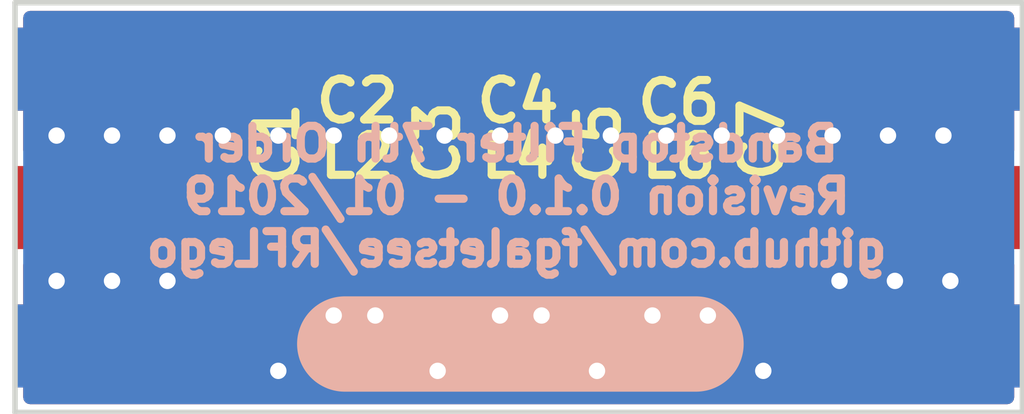
<source format=kicad_pcb>
(kicad_pcb (version 20171130) (host pcbnew "(5.0.1-3-g963ef8bb5)")

  (general
    (thickness 1.6)
    (drawings 6)
    (tracks 61)
    (zones 0)
    (modules 16)
    (nets 10)
  )

  (page A4)
  (layers
    (0 F.Cu signal)
    (31 B.Cu signal)
    (32 B.Adhes user)
    (33 F.Adhes user)
    (34 B.Paste user)
    (35 F.Paste user)
    (36 B.SilkS user)
    (37 F.SilkS user)
    (38 B.Mask user)
    (39 F.Mask user)
    (40 Dwgs.User user)
    (41 Cmts.User user)
    (42 Eco1.User user)
    (43 Eco2.User user)
    (44 Edge.Cuts user)
    (45 Margin user)
    (46 B.CrtYd user)
    (47 F.CrtYd user)
    (48 B.Fab user)
    (49 F.Fab user)
  )

  (setup
    (last_trace_width 0.25)
    (trace_clearance 0.16)
    (zone_clearance 0.1)
    (zone_45_only no)
    (trace_min 0.2)
    (segment_width 1.75)
    (edge_width 0.1)
    (via_size 0.6)
    (via_drill 0.3)
    (via_min_size 0.4)
    (via_min_drill 0.3)
    (uvia_size 0.8)
    (uvia_drill 0.3)
    (uvias_allowed no)
    (uvia_min_size 0.2)
    (uvia_min_drill 0.1)
    (pcb_text_width 0.3)
    (pcb_text_size 1.5 1.5)
    (mod_edge_width 0.15)
    (mod_text_size 1 1)
    (mod_text_width 0.15)
    (pad_size 1.5 1.5)
    (pad_drill 0.6)
    (pad_to_mask_clearance 0)
    (solder_mask_min_width 0.25)
    (aux_axis_origin 0 0)
    (grid_origin 138.176 111.6584)
    (visible_elements FFFFFF7F)
    (pcbplotparams
      (layerselection 0x010fc_ffffffff)
      (usegerberextensions false)
      (usegerberattributes false)
      (usegerberadvancedattributes false)
      (creategerberjobfile false)
      (excludeedgelayer true)
      (linewidth 0.100000)
      (plotframeref false)
      (viasonmask false)
      (mode 1)
      (useauxorigin false)
      (hpglpennumber 1)
      (hpglpenspeed 20)
      (hpglpendiameter 15.000000)
      (psnegative false)
      (psa4output false)
      (plotreference true)
      (plotvalue true)
      (plotinvisibletext false)
      (padsonsilk false)
      (subtractmaskfromsilk false)
      (outputformat 1)
      (mirror false)
      (drillshape 1)
      (scaleselection 1)
      (outputdirectory ""))
  )

  (net 0 "")
  (net 1 "Net-(C1-Pad1)")
  (net 2 GND)
  (net 3 "Net-(C2-Pad1)")
  (net 4 "Net-(C1-Pad2)")
  (net 5 "Net-(C3-Pad2)")
  (net 6 "Net-(C4-Pad1)")
  (net 7 "Net-(C5-Pad2)")
  (net 8 "Net-(C6-Pad1)")
  (net 9 "Net-(C7-Pad2)")

  (net_class Default "This is the default net class."
    (clearance 0.16)
    (trace_width 0.25)
    (via_dia 0.6)
    (via_drill 0.3)
    (uvia_dia 0.8)
    (uvia_drill 0.3)
    (add_net GND)
  )

  (net_class 0402 ""
    (clearance 0.1)
    (trace_width 0.61)
    (via_dia 0.6)
    (via_drill 0.3)
    (uvia_dia 0.8)
    (uvia_drill 0.3)
    (add_net "Net-(C1-Pad1)")
    (add_net "Net-(C1-Pad2)")
    (add_net "Net-(C2-Pad1)")
    (add_net "Net-(C3-Pad2)")
    (add_net "Net-(C4-Pad1)")
    (add_net "Net-(C5-Pad2)")
    (add_net "Net-(C6-Pad1)")
    (add_net "Net-(C7-Pad2)")
  )

  (net_class "50 Ohm" ""
    (clearance 0.37)
    (trace_width 1.8)
    (via_dia 0.6)
    (via_drill 0.3)
    (uvia_dia 0.8)
    (uvia_drill 0.3)
  )

  (module RFLego_Footprint:SMA_Edge (layer F.Cu) (tedit 5C3CB732) (tstamp 5C3A5E42)
    (at 152.6032 107.8992)
    (path /5C3B215D)
    (fp_text reference J2 (at 2.1336 4.6482) (layer F.SilkS) hide
      (effects (font (size 1 1) (thickness 0.15)))
    )
    (fp_text value SMA (at 1.27 6.35) (layer F.Fab) hide
      (effects (font (size 1 1) (thickness 0.15)))
    )
    (pad 2 smd rect (at 2.032 2.54) (size 4.064 1.524) (layers F.Cu F.Mask)
      (net 2 GND))
    (pad 2 smd rect (at 2.032 -2.54) (size 4.064 1.524) (layers B.Cu B.Mask)
      (net 2 GND))
    (pad 2 smd rect (at 2.032 2.54) (size 4.064 1.524) (layers B.Cu B.Mask)
      (net 2 GND))
    (pad 2 smd rect (at 2.032 -2.54) (size 4.064 1.524) (layers F.Cu F.Mask)
      (net 2 GND))
    (pad 1 smd rect (at 2.032 0) (size 4.064 1.524) (layers F.Cu F.Mask)
      (net 8 "Net-(C6-Pad1)"))
  )

  (module RFLego_Footprint:SMA_Edge (layer F.Cu) (tedit 5C3CB72D) (tstamp 5C3CCA62)
    (at 138.1506 107.8992)
    (path /5C3B20C2)
    (fp_text reference J1 (at 2.1336 4.6482) (layer F.SilkS) hide
      (effects (font (size 1 1) (thickness 0.15)))
    )
    (fp_text value SMA (at 1.27 6.35) (layer F.Fab) hide
      (effects (font (size 1 1) (thickness 0.15)))
    )
    (pad 1 smd rect (at 2.032 0) (size 4.064 1.524) (layers F.Cu F.Mask)
      (net 1 "Net-(C1-Pad1)"))
    (pad 2 smd rect (at 2.032 -2.54) (size 4.064 1.524) (layers F.Cu F.Mask)
      (net 2 GND))
    (pad 2 smd rect (at 2.032 2.54) (size 4.064 1.524) (layers B.Cu B.Mask)
      (net 2 GND))
    (pad 2 smd rect (at 2.032 -2.54) (size 4.064 1.524) (layers B.Cu B.Mask)
      (net 2 GND))
    (pad 2 smd rect (at 2.032 2.54) (size 4.064 1.524) (layers F.Cu F.Mask)
      (net 2 GND))
  )

  (module Capacitor_SMD:C_0402_1005Metric (layer F.Cu) (tedit 5C3CB7DA) (tstamp 5C3CC117)
    (at 142.9766 108.3842 270)
    (descr "Capacitor SMD 0402 (1005 Metric), square (rectangular) end terminal, IPC_7351 nominal, (Body size source: http://www.tortai-tech.com/upload/download/2011102023233369053.pdf), generated with kicad-footprint-generator")
    (tags capacitor)
    (path /5C3B2278)
    (attr smd)
    (fp_text reference C1 (at -1.6534 0 90) (layer F.SilkS)
      (effects (font (size 0.75 0.75) (thickness 0.15)))
    )
    (fp_text value C (at 0 1.17 270) (layer F.Fab)
      (effects (font (size 1 1) (thickness 0.15)))
    )
    (fp_line (start -0.5 0.25) (end -0.5 -0.25) (layer F.Fab) (width 0.1))
    (fp_line (start -0.5 -0.25) (end 0.5 -0.25) (layer F.Fab) (width 0.1))
    (fp_line (start 0.5 -0.25) (end 0.5 0.25) (layer F.Fab) (width 0.1))
    (fp_line (start 0.5 0.25) (end -0.5 0.25) (layer F.Fab) (width 0.1))
    (fp_line (start -0.93 0.47) (end -0.93 -0.47) (layer F.CrtYd) (width 0.05))
    (fp_line (start -0.93 -0.47) (end 0.93 -0.47) (layer F.CrtYd) (width 0.05))
    (fp_line (start 0.93 -0.47) (end 0.93 0.47) (layer F.CrtYd) (width 0.05))
    (fp_line (start 0.93 0.47) (end -0.93 0.47) (layer F.CrtYd) (width 0.05))
    (fp_text user %R (at 0 0 270) (layer F.Fab)
      (effects (font (size 0.25 0.25) (thickness 0.04)))
    )
    (pad 1 smd roundrect (at -0.485 0 270) (size 0.59 0.64) (layers F.Cu F.Paste F.Mask) (roundrect_rratio 0.25)
      (net 1 "Net-(C1-Pad1)"))
    (pad 2 smd roundrect (at 0.485 0 270) (size 0.59 0.64) (layers F.Cu F.Paste F.Mask) (roundrect_rratio 0.25)
      (net 4 "Net-(C1-Pad2)"))
    (model ${KISYS3DMOD}/Capacitor_SMD.3dshapes/C_0402_1005Metric.wrl
      (at (xyz 0 0 0))
      (scale (xyz 1 1 1))
      (rotate (xyz 0 0 0))
    )
  )

  (module Capacitor_SMD:C_0402_1005Metric (layer F.Cu) (tedit 5C3CB7F0) (tstamp 5C3CC30F)
    (at 144.4522 107.8992 180)
    (descr "Capacitor SMD 0402 (1005 Metric), square (rectangular) end terminal, IPC_7351 nominal, (Body size source: http://www.tortai-tech.com/upload/download/2011102023233369053.pdf), generated with kicad-footprint-generator")
    (tags capacitor)
    (path /5C3B2C8E)
    (attr smd)
    (fp_text reference C2 (at 0.0024 1.9558) (layer F.SilkS)
      (effects (font (size 0.75 0.75) (thickness 0.15)))
    )
    (fp_text value C (at 0 1.17 180) (layer F.Fab)
      (effects (font (size 1 1) (thickness 0.15)))
    )
    (fp_line (start -0.5 0.25) (end -0.5 -0.25) (layer F.Fab) (width 0.1))
    (fp_line (start -0.5 -0.25) (end 0.5 -0.25) (layer F.Fab) (width 0.1))
    (fp_line (start 0.5 -0.25) (end 0.5 0.25) (layer F.Fab) (width 0.1))
    (fp_line (start 0.5 0.25) (end -0.5 0.25) (layer F.Fab) (width 0.1))
    (fp_line (start -0.93 0.47) (end -0.93 -0.47) (layer F.CrtYd) (width 0.05))
    (fp_line (start -0.93 -0.47) (end 0.93 -0.47) (layer F.CrtYd) (width 0.05))
    (fp_line (start 0.93 -0.47) (end 0.93 0.47) (layer F.CrtYd) (width 0.05))
    (fp_line (start 0.93 0.47) (end -0.93 0.47) (layer F.CrtYd) (width 0.05))
    (fp_text user %R (at 0 0 180) (layer F.Fab)
      (effects (font (size 0.25 0.25) (thickness 0.04)))
    )
    (pad 1 smd roundrect (at -0.485 0 180) (size 0.59 0.64) (layers F.Cu F.Paste F.Mask) (roundrect_rratio 0.25)
      (net 3 "Net-(C2-Pad1)"))
    (pad 2 smd roundrect (at 0.485 0 180) (size 0.59 0.64) (layers F.Cu F.Paste F.Mask) (roundrect_rratio 0.25)
      (net 1 "Net-(C1-Pad1)"))
    (model ${KISYS3DMOD}/Capacitor_SMD.3dshapes/C_0402_1005Metric.wrl
      (at (xyz 0 0 0))
      (scale (xyz 1 1 1))
      (rotate (xyz 0 0 0))
    )
  )

  (module Capacitor_SMD:C_0402_1005Metric (layer F.Cu) (tedit 5C3CB80B) (tstamp 5C3CB94D)
    (at 145.923 108.3842 270)
    (descr "Capacitor SMD 0402 (1005 Metric), square (rectangular) end terminal, IPC_7351 nominal, (Body size source: http://www.tortai-tech.com/upload/download/2011102023233369053.pdf), generated with kicad-footprint-generator")
    (tags capacitor)
    (path /5C3B235A)
    (attr smd)
    (fp_text reference C3 (at -1.6788 0 90) (layer F.SilkS)
      (effects (font (size 0.75 0.75) (thickness 0.15)))
    )
    (fp_text value C (at 0 1.17 270) (layer F.Fab)
      (effects (font (size 1 1) (thickness 0.15)))
    )
    (fp_text user %R (at 0 0 270) (layer F.Fab)
      (effects (font (size 0.25 0.25) (thickness 0.04)))
    )
    (fp_line (start 0.93 0.47) (end -0.93 0.47) (layer F.CrtYd) (width 0.05))
    (fp_line (start 0.93 -0.47) (end 0.93 0.47) (layer F.CrtYd) (width 0.05))
    (fp_line (start -0.93 -0.47) (end 0.93 -0.47) (layer F.CrtYd) (width 0.05))
    (fp_line (start -0.93 0.47) (end -0.93 -0.47) (layer F.CrtYd) (width 0.05))
    (fp_line (start 0.5 0.25) (end -0.5 0.25) (layer F.Fab) (width 0.1))
    (fp_line (start 0.5 -0.25) (end 0.5 0.25) (layer F.Fab) (width 0.1))
    (fp_line (start -0.5 -0.25) (end 0.5 -0.25) (layer F.Fab) (width 0.1))
    (fp_line (start -0.5 0.25) (end -0.5 -0.25) (layer F.Fab) (width 0.1))
    (pad 2 smd roundrect (at 0.485 0 270) (size 0.59 0.64) (layers F.Cu F.Paste F.Mask) (roundrect_rratio 0.25)
      (net 5 "Net-(C3-Pad2)"))
    (pad 1 smd roundrect (at -0.485 0 270) (size 0.59 0.64) (layers F.Cu F.Paste F.Mask) (roundrect_rratio 0.25)
      (net 3 "Net-(C2-Pad1)"))
    (model ${KISYS3DMOD}/Capacitor_SMD.3dshapes/C_0402_1005Metric.wrl
      (at (xyz 0 0 0))
      (scale (xyz 1 1 1))
      (rotate (xyz 0 0 0))
    )
  )

  (module Capacitor_SMD:C_0402_1005Metric (layer F.Cu) (tedit 5C3CB7F4) (tstamp 5C3CC483)
    (at 147.3986 107.8992 180)
    (descr "Capacitor SMD 0402 (1005 Metric), square (rectangular) end terminal, IPC_7351 nominal, (Body size source: http://www.tortai-tech.com/upload/download/2011102023233369053.pdf), generated with kicad-footprint-generator")
    (tags capacitor)
    (path /5C3B3420)
    (attr smd)
    (fp_text reference C4 (at 0.0024 1.9558 180) (layer F.SilkS)
      (effects (font (size 0.75 0.75) (thickness 0.15)))
    )
    (fp_text value C (at 0 1.17 180) (layer F.Fab)
      (effects (font (size 1 1) (thickness 0.15)))
    )
    (fp_text user %R (at 0 0 180) (layer F.Fab)
      (effects (font (size 0.25 0.25) (thickness 0.04)))
    )
    (fp_line (start 0.93 0.47) (end -0.93 0.47) (layer F.CrtYd) (width 0.05))
    (fp_line (start 0.93 -0.47) (end 0.93 0.47) (layer F.CrtYd) (width 0.05))
    (fp_line (start -0.93 -0.47) (end 0.93 -0.47) (layer F.CrtYd) (width 0.05))
    (fp_line (start -0.93 0.47) (end -0.93 -0.47) (layer F.CrtYd) (width 0.05))
    (fp_line (start 0.5 0.25) (end -0.5 0.25) (layer F.Fab) (width 0.1))
    (fp_line (start 0.5 -0.25) (end 0.5 0.25) (layer F.Fab) (width 0.1))
    (fp_line (start -0.5 -0.25) (end 0.5 -0.25) (layer F.Fab) (width 0.1))
    (fp_line (start -0.5 0.25) (end -0.5 -0.25) (layer F.Fab) (width 0.1))
    (pad 2 smd roundrect (at 0.485 0 180) (size 0.59 0.64) (layers F.Cu F.Paste F.Mask) (roundrect_rratio 0.25)
      (net 3 "Net-(C2-Pad1)"))
    (pad 1 smd roundrect (at -0.485 0 180) (size 0.59 0.64) (layers F.Cu F.Paste F.Mask) (roundrect_rratio 0.25)
      (net 6 "Net-(C4-Pad1)"))
    (model ${KISYS3DMOD}/Capacitor_SMD.3dshapes/C_0402_1005Metric.wrl
      (at (xyz 0 0 0))
      (scale (xyz 1 1 1))
      (rotate (xyz 0 0 0))
    )
  )

  (module Capacitor_SMD:C_0402_1005Metric (layer F.Cu) (tedit 5C3CB80E) (tstamp 5C3CB969)
    (at 148.8694 108.3842 270)
    (descr "Capacitor SMD 0402 (1005 Metric), square (rectangular) end terminal, IPC_7351 nominal, (Body size source: http://www.tortai-tech.com/upload/download/2011102023233369053.pdf), generated with kicad-footprint-generator")
    (tags capacitor)
    (path /5C3B23A8)
    (attr smd)
    (fp_text reference C5 (at -1.6534 0 270) (layer F.SilkS)
      (effects (font (size 0.75 0.75) (thickness 0.15)))
    )
    (fp_text value C (at 0 1.17 270) (layer F.Fab)
      (effects (font (size 1 1) (thickness 0.15)))
    )
    (fp_line (start -0.5 0.25) (end -0.5 -0.25) (layer F.Fab) (width 0.1))
    (fp_line (start -0.5 -0.25) (end 0.5 -0.25) (layer F.Fab) (width 0.1))
    (fp_line (start 0.5 -0.25) (end 0.5 0.25) (layer F.Fab) (width 0.1))
    (fp_line (start 0.5 0.25) (end -0.5 0.25) (layer F.Fab) (width 0.1))
    (fp_line (start -0.93 0.47) (end -0.93 -0.47) (layer F.CrtYd) (width 0.05))
    (fp_line (start -0.93 -0.47) (end 0.93 -0.47) (layer F.CrtYd) (width 0.05))
    (fp_line (start 0.93 -0.47) (end 0.93 0.47) (layer F.CrtYd) (width 0.05))
    (fp_line (start 0.93 0.47) (end -0.93 0.47) (layer F.CrtYd) (width 0.05))
    (fp_text user %R (at 0 0 270) (layer F.Fab)
      (effects (font (size 0.25 0.25) (thickness 0.04)))
    )
    (pad 1 smd roundrect (at -0.485 0 270) (size 0.59 0.64) (layers F.Cu F.Paste F.Mask) (roundrect_rratio 0.25)
      (net 6 "Net-(C4-Pad1)"))
    (pad 2 smd roundrect (at 0.485 0 270) (size 0.59 0.64) (layers F.Cu F.Paste F.Mask) (roundrect_rratio 0.25)
      (net 7 "Net-(C5-Pad2)"))
    (model ${KISYS3DMOD}/Capacitor_SMD.3dshapes/C_0402_1005Metric.wrl
      (at (xyz 0 0 0))
      (scale (xyz 1 1 1))
      (rotate (xyz 0 0 0))
    )
  )

  (module Capacitor_SMD:C_0402_1005Metric (layer F.Cu) (tedit 5C3CB801) (tstamp 5C3CB977)
    (at 150.3426 107.8992 180)
    (descr "Capacitor SMD 0402 (1005 Metric), square (rectangular) end terminal, IPC_7351 nominal, (Body size source: http://www.tortai-tech.com/upload/download/2011102023233369053.pdf), generated with kicad-footprint-generator")
    (tags capacitor)
    (path /5C3B3735)
    (attr smd)
    (fp_text reference C6 (at 0 1.9304 180) (layer F.SilkS)
      (effects (font (size 0.75 0.75) (thickness 0.15)))
    )
    (fp_text value C (at 0 1.17 180) (layer F.Fab)
      (effects (font (size 1 1) (thickness 0.15)))
    )
    (fp_line (start -0.5 0.25) (end -0.5 -0.25) (layer F.Fab) (width 0.1))
    (fp_line (start -0.5 -0.25) (end 0.5 -0.25) (layer F.Fab) (width 0.1))
    (fp_line (start 0.5 -0.25) (end 0.5 0.25) (layer F.Fab) (width 0.1))
    (fp_line (start 0.5 0.25) (end -0.5 0.25) (layer F.Fab) (width 0.1))
    (fp_line (start -0.93 0.47) (end -0.93 -0.47) (layer F.CrtYd) (width 0.05))
    (fp_line (start -0.93 -0.47) (end 0.93 -0.47) (layer F.CrtYd) (width 0.05))
    (fp_line (start 0.93 -0.47) (end 0.93 0.47) (layer F.CrtYd) (width 0.05))
    (fp_line (start 0.93 0.47) (end -0.93 0.47) (layer F.CrtYd) (width 0.05))
    (fp_text user %R (at 0 0 180) (layer F.Fab)
      (effects (font (size 0.25 0.25) (thickness 0.04)))
    )
    (pad 1 smd roundrect (at -0.485 0 180) (size 0.59 0.64) (layers F.Cu F.Paste F.Mask) (roundrect_rratio 0.25)
      (net 8 "Net-(C6-Pad1)"))
    (pad 2 smd roundrect (at 0.485 0 180) (size 0.59 0.64) (layers F.Cu F.Paste F.Mask) (roundrect_rratio 0.25)
      (net 6 "Net-(C4-Pad1)"))
    (model ${KISYS3DMOD}/Capacitor_SMD.3dshapes/C_0402_1005Metric.wrl
      (at (xyz 0 0 0))
      (scale (xyz 1 1 1))
      (rotate (xyz 0 0 0))
    )
  )

  (module Capacitor_SMD:C_0402_1005Metric (layer F.Cu) (tedit 5C3CB804) (tstamp 5C3CB985)
    (at 151.8412 108.3842 270)
    (descr "Capacitor SMD 0402 (1005 Metric), square (rectangular) end terminal, IPC_7351 nominal, (Body size source: http://www.tortai-tech.com/upload/download/2011102023233369053.pdf), generated with kicad-footprint-generator")
    (tags capacitor)
    (path /5C3B24A7)
    (attr smd)
    (fp_text reference C7 (at -1.7296 -0.0254 270) (layer F.SilkS)
      (effects (font (size 0.75 0.75) (thickness 0.15)))
    )
    (fp_text value C (at 0 1.17 270) (layer F.Fab)
      (effects (font (size 1 1) (thickness 0.15)))
    )
    (fp_text user %R (at 0 0 270) (layer F.Fab)
      (effects (font (size 0.25 0.25) (thickness 0.04)))
    )
    (fp_line (start 0.93 0.47) (end -0.93 0.47) (layer F.CrtYd) (width 0.05))
    (fp_line (start 0.93 -0.47) (end 0.93 0.47) (layer F.CrtYd) (width 0.05))
    (fp_line (start -0.93 -0.47) (end 0.93 -0.47) (layer F.CrtYd) (width 0.05))
    (fp_line (start -0.93 0.47) (end -0.93 -0.47) (layer F.CrtYd) (width 0.05))
    (fp_line (start 0.5 0.25) (end -0.5 0.25) (layer F.Fab) (width 0.1))
    (fp_line (start 0.5 -0.25) (end 0.5 0.25) (layer F.Fab) (width 0.1))
    (fp_line (start -0.5 -0.25) (end 0.5 -0.25) (layer F.Fab) (width 0.1))
    (fp_line (start -0.5 0.25) (end -0.5 -0.25) (layer F.Fab) (width 0.1))
    (pad 2 smd roundrect (at 0.485 0 270) (size 0.59 0.64) (layers F.Cu F.Paste F.Mask) (roundrect_rratio 0.25)
      (net 9 "Net-(C7-Pad2)"))
    (pad 1 smd roundrect (at -0.485 0 270) (size 0.59 0.64) (layers F.Cu F.Paste F.Mask) (roundrect_rratio 0.25)
      (net 8 "Net-(C6-Pad1)"))
    (model ${KISYS3DMOD}/Capacitor_SMD.3dshapes/C_0402_1005Metric.wrl
      (at (xyz 0 0 0))
      (scale (xyz 1 1 1))
      (rotate (xyz 0 0 0))
    )
  )

  (module Inductor_SMD:L_0402_1005Metric (layer F.Cu) (tedit 5C3CB808) (tstamp 5C3CB993)
    (at 142.9766 110.29936 270)
    (descr "Inductor SMD 0402 (1005 Metric), square (rectangular) end terminal, IPC_7351 nominal, (Body size source: http://www.tortai-tech.com/upload/download/2011102023233369053.pdf), generated with kicad-footprint-generator")
    (tags inductor)
    (path /5C3B2610)
    (attr smd)
    (fp_text reference L1 (at 0.00268 -1.02108 270) (layer F.SilkS)
      (effects (font (size 0.75 0.75) (thickness 0.15)))
    )
    (fp_text value L (at 0 1.17 270) (layer F.Fab)
      (effects (font (size 1 1) (thickness 0.15)))
    )
    (fp_line (start -0.5 0.25) (end -0.5 -0.25) (layer F.Fab) (width 0.1))
    (fp_line (start -0.5 -0.25) (end 0.5 -0.25) (layer F.Fab) (width 0.1))
    (fp_line (start 0.5 -0.25) (end 0.5 0.25) (layer F.Fab) (width 0.1))
    (fp_line (start 0.5 0.25) (end -0.5 0.25) (layer F.Fab) (width 0.1))
    (fp_line (start -0.93 0.47) (end -0.93 -0.47) (layer F.CrtYd) (width 0.05))
    (fp_line (start -0.93 -0.47) (end 0.93 -0.47) (layer F.CrtYd) (width 0.05))
    (fp_line (start 0.93 -0.47) (end 0.93 0.47) (layer F.CrtYd) (width 0.05))
    (fp_line (start 0.93 0.47) (end -0.93 0.47) (layer F.CrtYd) (width 0.05))
    (fp_text user %R (at 0 0 270) (layer F.Fab)
      (effects (font (size 0.25 0.25) (thickness 0.04)))
    )
    (pad 1 smd roundrect (at -0.485 0 270) (size 0.59 0.64) (layers F.Cu F.Paste F.Mask) (roundrect_rratio 0.25)
      (net 4 "Net-(C1-Pad2)"))
    (pad 2 smd roundrect (at 0.485 0 270) (size 0.59 0.64) (layers F.Cu F.Paste F.Mask) (roundrect_rratio 0.25)
      (net 2 GND))
    (model ${KISYS3DMOD}/Inductor_SMD.3dshapes/L_0402_1005Metric.wrl
      (at (xyz 0 0 0))
      (scale (xyz 1 1 1))
      (rotate (xyz 0 0 0))
    )
  )

  (module Inductor_SMD:L_0402_1005Metric (layer F.Cu) (tedit 5C3CB7EA) (tstamp 5C3CC2C8)
    (at 144.4474 108.9152)
    (descr "Inductor SMD 0402 (1005 Metric), square (rectangular) end terminal, IPC_7351 nominal, (Body size source: http://www.tortai-tech.com/upload/download/2011102023233369053.pdf), generated with kicad-footprint-generator")
    (tags inductor)
    (path /5C3B2E84)
    (attr smd)
    (fp_text reference L2 (at 0.0024 -1.9558) (layer F.SilkS)
      (effects (font (size 0.75 0.75) (thickness 0.15)))
    )
    (fp_text value L (at 0 1.17) (layer F.Fab)
      (effects (font (size 1 1) (thickness 0.15)))
    )
    (fp_line (start -0.5 0.25) (end -0.5 -0.25) (layer F.Fab) (width 0.1))
    (fp_line (start -0.5 -0.25) (end 0.5 -0.25) (layer F.Fab) (width 0.1))
    (fp_line (start 0.5 -0.25) (end 0.5 0.25) (layer F.Fab) (width 0.1))
    (fp_line (start 0.5 0.25) (end -0.5 0.25) (layer F.Fab) (width 0.1))
    (fp_line (start -0.93 0.47) (end -0.93 -0.47) (layer F.CrtYd) (width 0.05))
    (fp_line (start -0.93 -0.47) (end 0.93 -0.47) (layer F.CrtYd) (width 0.05))
    (fp_line (start 0.93 -0.47) (end 0.93 0.47) (layer F.CrtYd) (width 0.05))
    (fp_line (start 0.93 0.47) (end -0.93 0.47) (layer F.CrtYd) (width 0.05))
    (fp_text user %R (at 0 0) (layer F.Fab)
      (effects (font (size 0.25 0.25) (thickness 0.04)))
    )
    (pad 1 smd roundrect (at -0.485 0) (size 0.59 0.64) (layers F.Cu F.Paste F.Mask) (roundrect_rratio 0.25)
      (net 1 "Net-(C1-Pad1)"))
    (pad 2 smd roundrect (at 0.485 0) (size 0.59 0.64) (layers F.Cu F.Paste F.Mask) (roundrect_rratio 0.25)
      (net 3 "Net-(C2-Pad1)"))
    (model ${KISYS3DMOD}/Inductor_SMD.3dshapes/L_0402_1005Metric.wrl
      (at (xyz 0 0 0))
      (scale (xyz 1 1 1))
      (rotate (xyz 0 0 0))
    )
  )

  (module Inductor_SMD:L_0402_1005Metric (layer F.Cu) (tedit 5C3CD056) (tstamp 5C3CB9AF)
    (at 145.92808 110.29696 270)
    (descr "Inductor SMD 0402 (1005 Metric), square (rectangular) end terminal, IPC_7351 nominal, (Body size source: http://www.tortai-tech.com/upload/download/2011102023233369053.pdf), generated with kicad-footprint-generator")
    (tags inductor)
    (path /5C3B279F)
    (attr smd)
    (fp_text reference L3 (at 0 -1.0414 270) (layer F.SilkS)
      (effects (font (size 0.75 0.75) (thickness 0.15)))
    )
    (fp_text value L (at 0 1.17 270) (layer F.Fab)
      (effects (font (size 1 1) (thickness 0.15)))
    )
    (fp_text user %R (at 0 0 270) (layer F.Fab)
      (effects (font (size 0.25 0.25) (thickness 0.04)))
    )
    (fp_line (start 0.93 0.47) (end -0.93 0.47) (layer F.CrtYd) (width 0.05))
    (fp_line (start 0.93 -0.47) (end 0.93 0.47) (layer F.CrtYd) (width 0.05))
    (fp_line (start -0.93 -0.47) (end 0.93 -0.47) (layer F.CrtYd) (width 0.05))
    (fp_line (start -0.93 0.47) (end -0.93 -0.47) (layer F.CrtYd) (width 0.05))
    (fp_line (start 0.5 0.25) (end -0.5 0.25) (layer F.Fab) (width 0.1))
    (fp_line (start 0.5 -0.25) (end 0.5 0.25) (layer F.Fab) (width 0.1))
    (fp_line (start -0.5 -0.25) (end 0.5 -0.25) (layer F.Fab) (width 0.1))
    (fp_line (start -0.5 0.25) (end -0.5 -0.25) (layer F.Fab) (width 0.1))
    (pad 2 smd roundrect (at 0.485 0 270) (size 0.59 0.64) (layers F.Cu F.Paste F.Mask) (roundrect_rratio 0.25)
      (net 2 GND))
    (pad 1 smd roundrect (at -0.485 0 270) (size 0.59 0.64) (layers F.Cu F.Paste F.Mask) (roundrect_rratio 0.25)
      (net 5 "Net-(C3-Pad2)"))
    (model ${KISYS3DMOD}/Inductor_SMD.3dshapes/L_0402_1005Metric.wrl
      (at (xyz 0 0 0))
      (scale (xyz 1 1 1))
      (rotate (xyz 0 0 0))
    )
  )

  (module Inductor_SMD:L_0402_1005Metric (layer F.Cu) (tedit 5C3CB7F8) (tstamp 5C3CC5F5)
    (at 147.3962 108.9152)
    (descr "Inductor SMD 0402 (1005 Metric), square (rectangular) end terminal, IPC_7351 nominal, (Body size source: http://www.tortai-tech.com/upload/download/2011102023233369053.pdf), generated with kicad-footprint-generator")
    (tags inductor)
    (path /5C3B35C8)
    (attr smd)
    (fp_text reference L4 (at 0 -1.9558) (layer F.SilkS)
      (effects (font (size 0.75 0.75) (thickness 0.15)))
    )
    (fp_text value L (at 0 1.17) (layer F.Fab)
      (effects (font (size 1 1) (thickness 0.15)))
    )
    (fp_text user %R (at 0 0) (layer F.Fab)
      (effects (font (size 0.25 0.25) (thickness 0.04)))
    )
    (fp_line (start 0.93 0.47) (end -0.93 0.47) (layer F.CrtYd) (width 0.05))
    (fp_line (start 0.93 -0.47) (end 0.93 0.47) (layer F.CrtYd) (width 0.05))
    (fp_line (start -0.93 -0.47) (end 0.93 -0.47) (layer F.CrtYd) (width 0.05))
    (fp_line (start -0.93 0.47) (end -0.93 -0.47) (layer F.CrtYd) (width 0.05))
    (fp_line (start 0.5 0.25) (end -0.5 0.25) (layer F.Fab) (width 0.1))
    (fp_line (start 0.5 -0.25) (end 0.5 0.25) (layer F.Fab) (width 0.1))
    (fp_line (start -0.5 -0.25) (end 0.5 -0.25) (layer F.Fab) (width 0.1))
    (fp_line (start -0.5 0.25) (end -0.5 -0.25) (layer F.Fab) (width 0.1))
    (pad 2 smd roundrect (at 0.485 0) (size 0.59 0.64) (layers F.Cu F.Paste F.Mask) (roundrect_rratio 0.25)
      (net 6 "Net-(C4-Pad1)"))
    (pad 1 smd roundrect (at -0.485 0) (size 0.59 0.64) (layers F.Cu F.Paste F.Mask) (roundrect_rratio 0.25)
      (net 3 "Net-(C2-Pad1)"))
    (model ${KISYS3DMOD}/Inductor_SMD.3dshapes/L_0402_1005Metric.wrl
      (at (xyz 0 0 0))
      (scale (xyz 1 1 1))
      (rotate (xyz 0 0 0))
    )
  )

  (module Inductor_SMD:L_0402_1005Metric (layer F.Cu) (tedit 5C3CB815) (tstamp 5C3CB9CB)
    (at 148.8694 110.30444 270)
    (descr "Inductor SMD 0402 (1005 Metric), square (rectangular) end terminal, IPC_7351 nominal, (Body size source: http://www.tortai-tech.com/upload/download/2011102023233369053.pdf), generated with kicad-footprint-generator")
    (tags inductor)
    (path /5C3B28DA)
    (attr smd)
    (fp_text reference L5 (at -0.0024 0.9652 270) (layer F.SilkS)
      (effects (font (size 0.75 0.75) (thickness 0.15)))
    )
    (fp_text value L (at 0 1.17 270) (layer F.Fab)
      (effects (font (size 1 1) (thickness 0.15)))
    )
    (fp_line (start -0.5 0.25) (end -0.5 -0.25) (layer F.Fab) (width 0.1))
    (fp_line (start -0.5 -0.25) (end 0.5 -0.25) (layer F.Fab) (width 0.1))
    (fp_line (start 0.5 -0.25) (end 0.5 0.25) (layer F.Fab) (width 0.1))
    (fp_line (start 0.5 0.25) (end -0.5 0.25) (layer F.Fab) (width 0.1))
    (fp_line (start -0.93 0.47) (end -0.93 -0.47) (layer F.CrtYd) (width 0.05))
    (fp_line (start -0.93 -0.47) (end 0.93 -0.47) (layer F.CrtYd) (width 0.05))
    (fp_line (start 0.93 -0.47) (end 0.93 0.47) (layer F.CrtYd) (width 0.05))
    (fp_line (start 0.93 0.47) (end -0.93 0.47) (layer F.CrtYd) (width 0.05))
    (fp_text user %R (at 0 0 270) (layer F.Fab)
      (effects (font (size 0.25 0.25) (thickness 0.04)))
    )
    (pad 1 smd roundrect (at -0.485 0 270) (size 0.59 0.64) (layers F.Cu F.Paste F.Mask) (roundrect_rratio 0.25)
      (net 7 "Net-(C5-Pad2)"))
    (pad 2 smd roundrect (at 0.485 0 270) (size 0.59 0.64) (layers F.Cu F.Paste F.Mask) (roundrect_rratio 0.25)
      (net 2 GND))
    (model ${KISYS3DMOD}/Inductor_SMD.3dshapes/L_0402_1005Metric.wrl
      (at (xyz 0 0 0))
      (scale (xyz 1 1 1))
      (rotate (xyz 0 0 0))
    )
  )

  (module Inductor_SMD:L_0402_1005Metric (layer F.Cu) (tedit 5C3CB7FE) (tstamp 5C3CB9D9)
    (at 150.345 108.9152)
    (descr "Inductor SMD 0402 (1005 Metric), square (rectangular) end terminal, IPC_7351 nominal, (Body size source: http://www.tortai-tech.com/upload/download/2011102023233369053.pdf), generated with kicad-footprint-generator")
    (tags inductor)
    (path /5C3B38E6)
    (attr smd)
    (fp_text reference L6 (at -0.0024 -1.9558) (layer F.SilkS)
      (effects (font (size 0.75 0.75) (thickness 0.15)))
    )
    (fp_text value L (at 0 1.17) (layer F.Fab)
      (effects (font (size 1 1) (thickness 0.15)))
    )
    (fp_line (start -0.5 0.25) (end -0.5 -0.25) (layer F.Fab) (width 0.1))
    (fp_line (start -0.5 -0.25) (end 0.5 -0.25) (layer F.Fab) (width 0.1))
    (fp_line (start 0.5 -0.25) (end 0.5 0.25) (layer F.Fab) (width 0.1))
    (fp_line (start 0.5 0.25) (end -0.5 0.25) (layer F.Fab) (width 0.1))
    (fp_line (start -0.93 0.47) (end -0.93 -0.47) (layer F.CrtYd) (width 0.05))
    (fp_line (start -0.93 -0.47) (end 0.93 -0.47) (layer F.CrtYd) (width 0.05))
    (fp_line (start 0.93 -0.47) (end 0.93 0.47) (layer F.CrtYd) (width 0.05))
    (fp_line (start 0.93 0.47) (end -0.93 0.47) (layer F.CrtYd) (width 0.05))
    (fp_text user %R (at 0 0) (layer F.Fab)
      (effects (font (size 0.25 0.25) (thickness 0.04)))
    )
    (pad 1 smd roundrect (at -0.485 0) (size 0.59 0.64) (layers F.Cu F.Paste F.Mask) (roundrect_rratio 0.25)
      (net 6 "Net-(C4-Pad1)"))
    (pad 2 smd roundrect (at 0.485 0) (size 0.59 0.64) (layers F.Cu F.Paste F.Mask) (roundrect_rratio 0.25)
      (net 8 "Net-(C6-Pad1)"))
    (model ${KISYS3DMOD}/Inductor_SMD.3dshapes/L_0402_1005Metric.wrl
      (at (xyz 0 0 0))
      (scale (xyz 1 1 1))
      (rotate (xyz 0 0 0))
    )
  )

  (module Inductor_SMD:L_0402_1005Metric (layer F.Cu) (tedit 5C3CB819) (tstamp 5C3CB9E7)
    (at 151.84628 110.30712 270)
    (descr "Inductor SMD 0402 (1005 Metric), square (rectangular) end terminal, IPC_7351 nominal, (Body size source: http://www.tortai-tech.com/upload/download/2011102023233369053.pdf), generated with kicad-footprint-generator")
    (tags inductor)
    (path /5C3B2A91)
    (attr smd)
    (fp_text reference L7 (at 0 1.02108 270) (layer F.SilkS)
      (effects (font (size 0.75 0.75) (thickness 0.15)))
    )
    (fp_text value L (at 0 1.17 270) (layer F.Fab)
      (effects (font (size 1 1) (thickness 0.15)))
    )
    (fp_text user %R (at 0 0 270) (layer F.Fab)
      (effects (font (size 0.25 0.25) (thickness 0.04)))
    )
    (fp_line (start 0.93 0.47) (end -0.93 0.47) (layer F.CrtYd) (width 0.05))
    (fp_line (start 0.93 -0.47) (end 0.93 0.47) (layer F.CrtYd) (width 0.05))
    (fp_line (start -0.93 -0.47) (end 0.93 -0.47) (layer F.CrtYd) (width 0.05))
    (fp_line (start -0.93 0.47) (end -0.93 -0.47) (layer F.CrtYd) (width 0.05))
    (fp_line (start 0.5 0.25) (end -0.5 0.25) (layer F.Fab) (width 0.1))
    (fp_line (start 0.5 -0.25) (end 0.5 0.25) (layer F.Fab) (width 0.1))
    (fp_line (start -0.5 -0.25) (end 0.5 -0.25) (layer F.Fab) (width 0.1))
    (fp_line (start -0.5 0.25) (end -0.5 -0.25) (layer F.Fab) (width 0.1))
    (pad 2 smd roundrect (at 0.485 0 270) (size 0.59 0.64) (layers F.Cu F.Paste F.Mask) (roundrect_rratio 0.25)
      (net 2 GND))
    (pad 1 smd roundrect (at -0.485 0 270) (size 0.59 0.64) (layers F.Cu F.Paste F.Mask) (roundrect_rratio 0.25)
      (net 9 "Net-(C7-Pad2)"))
    (model ${KISYS3DMOD}/Inductor_SMD.3dshapes/L_0402_1005Metric.wrl
      (at (xyz 0 0 0))
      (scale (xyz 1 1 1))
      (rotate (xyz 0 0 0))
    )
  )

  (gr_line (start 150.65756 110.40364) (end 144.2212 110.40364) (layer B.SilkS) (width 1.75) (tstamp 5C3CD3CD))
  (gr_text "Bandstop Filter 7th Order\nRevision 0.1.0 - 01/2019\ngithub.com/fgaletsee/RFLego" (at 147.3708 107.696) (layer B.SilkS)
    (effects (font (size 0.6 0.6) (thickness 0.15)) (justify mirror))
  )
  (gr_line (start 138.176 111.6584) (end 138.176 104.14) (layer Edge.Cuts) (width 0.1))
  (gr_line (start 156.6418 111.6584) (end 138.176 111.6584) (layer Edge.Cuts) (width 0.1))
  (gr_line (start 156.6418 104.14) (end 156.6418 111.6584) (layer Edge.Cuts) (width 0.1))
  (gr_line (start 138.176 104.14) (end 156.6418 104.14) (layer Edge.Cuts) (width 0.1))

  (segment (start 140.1826 107.8992) (end 142.9766 107.8992) (width 0.61) (layer F.Cu) (net 1))
  (segment (start 142.9766 107.8992) (end 143.9672 107.8992) (width 0.61) (layer F.Cu) (net 1))
  (segment (start 143.9672 108.9104) (end 143.9624 108.9152) (width 0.61) (layer F.Cu) (net 1))
  (segment (start 143.9672 107.8992) (end 143.9672 108.9104) (width 0.61) (layer F.Cu) (net 1))
  (via (at 151.892 110.8964) (size 0.6) (drill 0.3) (layers F.Cu B.Cu) (net 2))
  (via (at 148.844 110.8964) (size 0.6) (drill 0.3) (layers F.Cu B.Cu) (net 2))
  (via (at 145.923 110.8964) (size 0.6) (drill 0.3) (layers F.Cu B.Cu) (net 2))
  (via (at 143.002 110.8964) (size 0.6) (drill 0.3) (layers F.Cu B.Cu) (net 2))
  (via (at 138.938 106.5784) (size 0.6) (drill 0.3) (layers F.Cu B.Cu) (net 2))
  (via (at 139.954 106.5784) (size 0.6) (drill 0.3) (layers F.Cu B.Cu) (net 2))
  (via (at 140.97 106.5784) (size 0.6) (drill 0.3) (layers F.Cu B.Cu) (net 2))
  (via (at 141.986 106.5784) (size 0.6) (drill 0.3) (layers F.Cu B.Cu) (net 2))
  (via (at 143.002 106.5784) (size 0.6) (drill 0.3) (layers F.Cu B.Cu) (net 2))
  (via (at 144.018 106.5784) (size 0.6) (drill 0.3) (layers F.Cu B.Cu) (net 2))
  (via (at 145.034 106.5784) (size 0.6) (drill 0.3) (layers F.Cu B.Cu) (net 2))
  (via (at 146.05 106.5784) (size 0.6) (drill 0.3) (layers F.Cu B.Cu) (net 2))
  (via (at 147.066 106.5784) (size 0.6) (drill 0.3) (layers F.Cu B.Cu) (net 2))
  (via (at 148.082 106.5784) (size 0.6) (drill 0.3) (layers F.Cu B.Cu) (net 2))
  (via (at 149.098 106.5784) (size 0.6) (drill 0.3) (layers F.Cu B.Cu) (net 2))
  (via (at 150.114 106.5784) (size 0.6) (drill 0.3) (layers F.Cu B.Cu) (net 2))
  (via (at 151.13 106.5784) (size 0.6) (drill 0.3) (layers F.Cu B.Cu) (net 2))
  (via (at 152.146 106.5784) (size 0.6) (drill 0.3) (layers F.Cu B.Cu) (net 2))
  (via (at 153.162 106.5784) (size 0.6) (drill 0.3) (layers F.Cu B.Cu) (net 2))
  (via (at 154.178 106.5784) (size 0.6) (drill 0.3) (layers F.Cu B.Cu) (net 2))
  (via (at 155.194 106.5784) (size 0.6) (drill 0.3) (layers F.Cu B.Cu) (net 2))
  (via (at 144.018 109.8804) (size 0.6) (drill 0.3) (layers F.Cu B.Cu) (net 2))
  (via (at 144.78 109.8804) (size 0.6) (drill 0.3) (layers F.Cu B.Cu) (net 2))
  (via (at 147.828 109.8804) (size 0.6) (drill 0.3) (layers F.Cu B.Cu) (net 2))
  (via (at 147.066 109.8804) (size 0.6) (drill 0.3) (layers F.Cu B.Cu) (net 2))
  (via (at 149.86 109.8804) (size 0.6) (drill 0.3) (layers F.Cu B.Cu) (net 2))
  (via (at 150.876 109.8804) (size 0.6) (drill 0.3) (layers F.Cu B.Cu) (net 2))
  (via (at 155.321 109.2454) (size 0.6) (drill 0.3) (layers F.Cu B.Cu) (net 2))
  (via (at 154.305 109.2454) (size 0.6) (drill 0.3) (layers F.Cu B.Cu) (net 2))
  (via (at 153.289 109.2454) (size 0.6) (drill 0.3) (layers F.Cu B.Cu) (net 2))
  (via (at 138.938 109.2454) (size 0.6) (drill 0.3) (layers F.Cu B.Cu) (net 2))
  (via (at 139.954 109.2454) (size 0.6) (drill 0.3) (layers F.Cu B.Cu) (net 2))
  (via (at 140.97 109.2454) (size 0.6) (drill 0.3) (layers F.Cu B.Cu) (net 2))
  (segment (start 144.9324 107.904) (end 144.9372 107.8992) (width 0.61) (layer F.Cu) (net 3))
  (segment (start 144.9324 108.9152) (end 144.9324 107.904) (width 0.61) (layer F.Cu) (net 3))
  (segment (start 144.9372 107.8992) (end 145.923 107.8992) (width 0.61) (layer F.Cu) (net 3))
  (segment (start 145.923 107.8992) (end 146.9136 107.8992) (width 0.61) (layer F.Cu) (net 3))
  (segment (start 146.9136 108.9128) (end 146.9112 108.9152) (width 0.61) (layer F.Cu) (net 3))
  (segment (start 146.9136 107.8992) (end 146.9136 108.9128) (width 0.61) (layer F.Cu) (net 3))
  (segment (start 142.9766 109.9288) (end 142.9742 109.9312) (width 0.61) (layer F.Cu) (net 4))
  (segment (start 142.9766 108.8692) (end 142.9766 109.81436) (width 0.61) (layer F.Cu) (net 4))
  (segment (start 145.923 109.9288) (end 145.9254 109.9312) (width 0.61) (layer F.Cu) (net 5))
  (segment (start 145.923 109.80688) (end 145.92808 109.81196) (width 0.61) (layer F.Cu) (net 5))
  (segment (start 145.923 108.8692) (end 145.923 109.80688) (width 0.61) (layer F.Cu) (net 5))
  (segment (start 147.8812 107.9016) (end 147.8836 107.8992) (width 0.61) (layer F.Cu) (net 6))
  (segment (start 147.8812 108.9152) (end 147.8812 107.9016) (width 0.61) (layer F.Cu) (net 6))
  (segment (start 147.8836 107.8992) (end 148.8694 107.8992) (width 0.61) (layer F.Cu) (net 6))
  (segment (start 148.8694 107.8992) (end 149.8576 107.8992) (width 0.61) (layer F.Cu) (net 6))
  (segment (start 149.8576 108.9128) (end 149.86 108.9152) (width 0.61) (layer F.Cu) (net 6))
  (segment (start 149.8576 107.8992) (end 149.8576 108.9128) (width 0.61) (layer F.Cu) (net 6))
  (segment (start 148.8694 108.8692) (end 148.8694 109.81944) (width 0.61) (layer F.Cu) (net 7))
  (segment (start 150.8276 108.9128) (end 150.83 108.9152) (width 0.61) (layer F.Cu) (net 8))
  (segment (start 150.8276 107.8992) (end 150.8276 108.9128) (width 0.61) (layer F.Cu) (net 8))
  (segment (start 150.8276 107.8992) (end 151.8412 107.8992) (width 0.61) (layer F.Cu) (net 8))
  (segment (start 151.8412 107.8992) (end 154.6352 107.8992) (width 0.61) (layer F.Cu) (net 8))
  (segment (start 151.8412 109.81704) (end 151.84628 109.82212) (width 0.61) (layer F.Cu) (net 9))
  (segment (start 151.8412 108.8692) (end 151.8412 109.81704) (width 0.61) (layer F.Cu) (net 9))

  (zone (net 2) (net_name GND) (layer F.Cu) (tstamp 5C3DA09F) (hatch edge 0.508)
    (connect_pads yes (clearance 0.1))
    (min_thickness 0.254)
    (fill yes (arc_segments 16) (thermal_gap 0.508) (thermal_bridge_width 0.508))
    (polygon
      (pts
        (xy 138.176 104.14) (xy 156.6418 104.14) (xy 156.6418 111.6584) (xy 138.176 111.6584)
      )
    )
    (filled_polygon
      (pts
        (xy 152.491218 108.931547) (xy 152.6032 108.953822) (xy 156.364801 108.953822) (xy 156.364801 111.3814) (xy 138.453 111.3814)
        (xy 138.453 108.953822) (xy 142.2146 108.953822) (xy 142.326582 108.931547) (xy 142.363978 108.90656) (xy 142.363978 109.0167)
        (xy 142.3846 109.120376) (xy 142.384601 109.563182) (xy 142.363978 109.66686) (xy 142.363978 109.96186) (xy 142.39748 110.130287)
        (xy 142.415597 110.157401) (xy 142.416549 110.162186) (xy 142.547393 110.358007) (xy 142.743214 110.488851) (xy 142.9742 110.534797)
        (xy 143.205186 110.488851) (xy 143.351581 110.391032) (xy 143.436432 110.306181) (xy 143.457136 110.275196) (xy 143.460313 110.273073)
        (xy 143.55572 110.130287) (xy 143.589222 109.96186) (xy 143.589222 109.66686) (xy 143.5686 109.563186) (xy 143.5686 109.442287)
        (xy 143.646473 109.49432) (xy 143.8149 109.527822) (xy 144.1099 109.527822) (xy 144.278327 109.49432) (xy 144.421113 109.398913)
        (xy 144.4474 109.359572) (xy 144.473687 109.398913) (xy 144.616473 109.49432) (xy 144.7849 109.527822) (xy 145.0799 109.527822)
        (xy 145.248327 109.49432) (xy 145.331001 109.439079) (xy 145.331001 109.586321) (xy 145.315458 109.66446) (xy 145.315458 109.95946)
        (xy 145.34896 110.127887) (xy 145.363261 110.14929) (xy 145.365349 110.159786) (xy 145.463168 110.306181) (xy 145.548019 110.391032)
        (xy 145.694414 110.488851) (xy 145.925399 110.534797) (xy 146.156386 110.488851) (xy 146.352207 110.358007) (xy 146.409569 110.272159)
        (xy 146.411793 110.270673) (xy 146.5072 110.127887) (xy 146.540702 109.95946) (xy 146.540702 109.66446) (xy 146.515 109.535246)
        (xy 146.515 109.440683) (xy 146.595273 109.49432) (xy 146.7637 109.527822) (xy 147.0587 109.527822) (xy 147.227127 109.49432)
        (xy 147.369913 109.398913) (xy 147.3962 109.359572) (xy 147.422487 109.398913) (xy 147.565273 109.49432) (xy 147.7337 109.527822)
        (xy 148.0287 109.527822) (xy 148.197127 109.49432) (xy 148.277401 109.440683) (xy 148.277401 109.568262) (xy 148.256778 109.67194)
        (xy 148.256778 109.96694) (xy 148.29028 110.135367) (xy 148.385687 110.278153) (xy 148.528473 110.37356) (xy 148.6969 110.407062)
        (xy 148.789088 110.407062) (xy 148.8694 110.423037) (xy 148.949712 110.407062) (xy 149.0419 110.407062) (xy 149.210327 110.37356)
        (xy 149.353113 110.278153) (xy 149.44852 110.135367) (xy 149.482022 109.96694) (xy 149.482022 109.67194) (xy 149.4614 109.568266)
        (xy 149.4614 109.439079) (xy 149.544073 109.49432) (xy 149.7125 109.527822) (xy 150.0075 109.527822) (xy 150.175927 109.49432)
        (xy 150.318713 109.398913) (xy 150.345 109.359572) (xy 150.371287 109.398913) (xy 150.514073 109.49432) (xy 150.6825 109.527822)
        (xy 150.9775 109.527822) (xy 151.145927 109.49432) (xy 151.249201 109.425314) (xy 151.249201 109.596481) (xy 151.233658 109.67462)
        (xy 151.233658 109.96962) (xy 151.26716 110.138047) (xy 151.362567 110.280833) (xy 151.505353 110.37624) (xy 151.67378 110.409742)
        (xy 151.765968 110.409742) (xy 151.846279 110.425717) (xy 151.926591 110.409742) (xy 152.01878 110.409742) (xy 152.187207 110.37624)
        (xy 152.329993 110.280833) (xy 152.4254 110.138047) (xy 152.458902 109.96962) (xy 152.458902 109.67462) (xy 152.4332 109.545406)
        (xy 152.4332 109.120374) (xy 152.453822 109.0167) (xy 152.453822 108.90656)
      )
    )
    (filled_polygon
      (pts
        (xy 156.3648 106.844578) (xy 152.6032 106.844578) (xy 152.491218 106.866853) (xy 152.396285 106.930285) (xy 152.332853 107.025218)
        (xy 152.310578 107.1372) (xy 152.310578 107.3072) (xy 151.078774 107.3072) (xy 150.9751 107.286578) (xy 150.6801 107.286578)
        (xy 150.511673 107.32008) (xy 150.368887 107.415487) (xy 150.3426 107.454828) (xy 150.316313 107.415487) (xy 150.173527 107.32008)
        (xy 150.0051 107.286578) (xy 149.7101 107.286578) (xy 149.606426 107.3072) (xy 148.134774 107.3072) (xy 148.0311 107.286578)
        (xy 147.7361 107.286578) (xy 147.567673 107.32008) (xy 147.424887 107.415487) (xy 147.3986 107.454828) (xy 147.372313 107.415487)
        (xy 147.229527 107.32008) (xy 147.0611 107.286578) (xy 146.7661 107.286578) (xy 146.662426 107.3072) (xy 145.188374 107.3072)
        (xy 145.0847 107.286578) (xy 144.7897 107.286578) (xy 144.621273 107.32008) (xy 144.478487 107.415487) (xy 144.4522 107.454828)
        (xy 144.425913 107.415487) (xy 144.283127 107.32008) (xy 144.1147 107.286578) (xy 143.8197 107.286578) (xy 143.716026 107.3072)
        (xy 142.507222 107.3072) (xy 142.507222 107.1372) (xy 142.484947 107.025218) (xy 142.421515 106.930285) (xy 142.326582 106.866853)
        (xy 142.2146 106.844578) (xy 138.453 106.844578) (xy 138.453 104.417) (xy 156.3648 104.417)
      )
    )
  )
  (zone (net 2) (net_name GND) (layer B.Cu) (tstamp 5C3DA09C) (hatch edge 0.508)
    (connect_pads yes (clearance 0.1))
    (min_thickness 0.254)
    (fill yes (arc_segments 16) (thermal_gap 0.508) (thermal_bridge_width 0.508))
    (polygon
      (pts
        (xy 138.176 104.14) (xy 156.6418 104.14) (xy 156.6418 111.6584) (xy 138.176 111.6584)
      )
    )
    (filled_polygon
      (pts
        (xy 156.364801 111.3814) (xy 138.453 111.3814) (xy 138.453 104.417) (xy 156.3648 104.417)
      )
    )
  )
)

</source>
